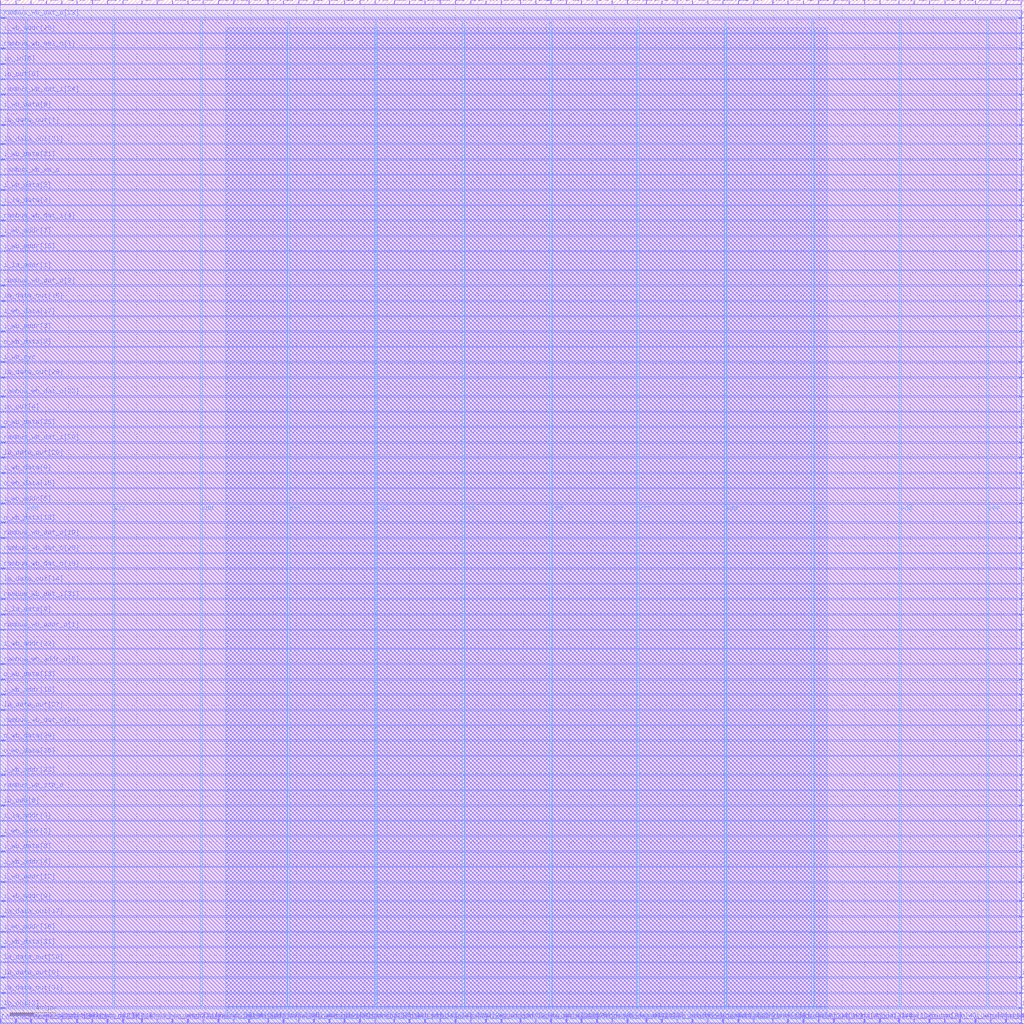
<source format=lef>
VERSION 5.7 ;
  NOWIREEXTENSIONATPIN ON ;
  DIVIDERCHAR "/" ;
  BUSBITCHARS "[]" ;
MACRO spell
  CLASS BLOCK ;
  FOREIGN spell ;
  ORIGIN 0.000 0.000 ;
  SIZE 900.000 BY 900.000 ;
  PIN clock
    DIRECTION INPUT ;
    USE SIGNAL ;
    PORT
      LAYER Metal2 ;
        RECT 26.880 896.000 27.440 899.000 ;
    END
  END clock
  PIN i_la_addr[0]
    DIRECTION INPUT ;
    USE SIGNAL ;
    PORT
      LAYER Metal2 ;
        RECT 803.040 1.000 803.600 4.000 ;
    END
  END i_la_addr[0]
  PIN i_la_addr[1]
    DIRECTION INPUT ;
    USE SIGNAL ;
    PORT
      LAYER Metal3 ;
        RECT 1.000 661.920 4.000 662.480 ;
    END
  END i_la_addr[1]
  PIN i_la_addr[2]
    DIRECTION INPUT ;
    USE SIGNAL ;
    PORT
      LAYER Metal2 ;
        RECT 107.520 1.000 108.080 4.000 ;
    END
  END i_la_addr[2]
  PIN i_la_addr[3]
    DIRECTION INPUT ;
    USE SIGNAL ;
    PORT
      LAYER Metal3 ;
        RECT 1.000 178.080 4.000 178.640 ;
    END
  END i_la_addr[3]
  PIN i_la_addr[4]
    DIRECTION INPUT ;
    USE SIGNAL ;
    PORT
      LAYER Metal2 ;
        RECT 204.960 1.000 205.520 4.000 ;
    END
  END i_la_addr[4]
  PIN i_la_addr[5]
    DIRECTION INPUT ;
    USE SIGNAL ;
    PORT
      LAYER Metal3 ;
        RECT 896.000 456.960 899.000 457.520 ;
    END
  END i_la_addr[5]
  PIN i_la_addr[6]
    DIRECTION INPUT ;
    USE SIGNAL ;
    PORT
      LAYER Metal2 ;
        RECT 399.840 896.000 400.400 899.000 ;
    END
  END i_la_addr[6]
  PIN i_la_data[0]
    DIRECTION INPUT ;
    USE SIGNAL ;
    PORT
      LAYER Metal3 ;
        RECT 1.000 359.520 4.000 360.080 ;
    END
  END i_la_data[0]
  PIN i_la_data[1]
    DIRECTION INPUT ;
    USE SIGNAL ;
    PORT
      LAYER Metal3 ;
        RECT 896.000 235.200 899.000 235.760 ;
    END
  END i_la_data[1]
  PIN i_la_data[2]
    DIRECTION INPUT ;
    USE SIGNAL ;
    PORT
      LAYER Metal2 ;
        RECT 692.160 1.000 692.720 4.000 ;
    END
  END i_la_data[2]
  PIN i_la_data[3]
    DIRECTION INPUT ;
    USE SIGNAL ;
    PORT
      LAYER Metal3 ;
        RECT 1.000 719.040 4.000 719.600 ;
    END
  END i_la_data[3]
  PIN i_la_data[4]
    DIRECTION INPUT ;
    USE SIGNAL ;
    PORT
      LAYER Metal2 ;
        RECT 67.200 896.000 67.760 899.000 ;
    END
  END i_la_data[4]
  PIN i_la_data[5]
    DIRECTION INPUT ;
    USE SIGNAL ;
    PORT
      LAYER Metal2 ;
        RECT 248.640 896.000 249.200 899.000 ;
    END
  END i_la_data[5]
  PIN i_la_data[6]
    DIRECTION INPUT ;
    USE SIGNAL ;
    PORT
      LAYER Metal3 ;
        RECT 896.000 621.600 899.000 622.160 ;
    END
  END i_la_data[6]
  PIN i_la_data[7]
    DIRECTION INPUT ;
    USE SIGNAL ;
    PORT
      LAYER Metal2 ;
        RECT 648.480 896.000 649.040 899.000 ;
    END
  END i_la_data[7]
  PIN i_la_wb_disable
    DIRECTION INPUT ;
    USE SIGNAL ;
    PORT
      LAYER Metal3 ;
        RECT 896.000 510.720 899.000 511.280 ;
    END
  END i_la_wb_disable
  PIN i_la_write
    DIRECTION INPUT ;
    USE SIGNAL ;
    PORT
      LAYER Metal3 ;
        RECT 896.000 470.400 899.000 470.960 ;
    END
  END i_la_write
  PIN i_wb_addr[0]
    DIRECTION INPUT ;
    USE SIGNAL ;
    PORT
      LAYER Metal3 ;
        RECT 896.000 40.320 899.000 40.880 ;
    END
  END i_wb_addr[0]
  PIN i_wb_addr[10]
    DIRECTION INPUT ;
    USE SIGNAL ;
    PORT
      LAYER Metal2 ;
        RECT 218.400 1.000 218.960 4.000 ;
    END
  END i_wb_addr[10]
  PIN i_wb_addr[11]
    DIRECTION INPUT ;
    USE SIGNAL ;
    PORT
      LAYER Metal2 ;
        RECT 635.040 896.000 635.600 899.000 ;
    END
  END i_wb_addr[11]
  PIN i_wb_addr[12]
    DIRECTION INPUT ;
    USE SIGNAL ;
    PORT
      LAYER Metal3 ;
        RECT 1.000 124.320 4.000 124.880 ;
    END
  END i_wb_addr[12]
  PIN i_wb_addr[13]
    DIRECTION INPUT ;
    USE SIGNAL ;
    PORT
      LAYER Metal2 ;
        RECT 621.600 896.000 622.160 899.000 ;
    END
  END i_wb_addr[13]
  PIN i_wb_addr[14]
    DIRECTION INPUT ;
    USE SIGNAL ;
    PORT
      LAYER Metal2 ;
        RECT 621.600 1.000 622.160 4.000 ;
    END
  END i_wb_addr[14]
  PIN i_wb_addr[15]
    DIRECTION INPUT ;
    USE SIGNAL ;
    PORT
      LAYER Metal3 ;
        RECT 1.000 678.720 4.000 679.280 ;
    END
  END i_wb_addr[15]
  PIN i_wb_addr[16]
    DIRECTION INPUT ;
    USE SIGNAL ;
    PORT
      LAYER Metal3 ;
        RECT 1.000 288.960 4.000 289.520 ;
    END
  END i_wb_addr[16]
  PIN i_wb_addr[17]
    DIRECTION INPUT ;
    USE SIGNAL ;
    PORT
      LAYER Metal3 ;
        RECT 896.000 386.400 899.000 386.960 ;
    END
  END i_wb_addr[17]
  PIN i_wb_addr[18]
    DIRECTION INPUT ;
    USE SIGNAL ;
    PORT
      LAYER Metal3 ;
        RECT 1.000 80.640 4.000 81.200 ;
    END
  END i_wb_addr[18]
  PIN i_wb_addr[19]
    DIRECTION INPUT ;
    USE SIGNAL ;
    PORT
      LAYER Metal2 ;
        RECT 262.080 896.000 262.640 899.000 ;
    END
  END i_wb_addr[19]
  PIN i_wb_addr[1]
    DIRECTION INPUT ;
    USE SIGNAL ;
    PORT
      LAYER Metal2 ;
        RECT 359.520 1.000 360.080 4.000 ;
    END
  END i_wb_addr[1]
  PIN i_wb_addr[20]
    DIRECTION INPUT ;
    USE SIGNAL ;
    PORT
      LAYER Metal2 ;
        RECT 816.480 896.000 817.040 899.000 ;
    END
  END i_wb_addr[20]
  PIN i_wb_addr[21]
    DIRECTION INPUT ;
    USE SIGNAL ;
    PORT
      LAYER Metal3 ;
        RECT 896.000 816.480 899.000 817.040 ;
    END
  END i_wb_addr[21]
  PIN i_wb_addr[22]
    DIRECTION INPUT ;
    USE SIGNAL ;
    PORT
      LAYER Metal3 ;
        RECT 1.000 329.280 4.000 329.840 ;
    END
  END i_wb_addr[22]
  PIN i_wb_addr[23]
    DIRECTION INPUT ;
    USE SIGNAL ;
    PORT
      LAYER Metal3 ;
        RECT 1.000 218.400 4.000 218.960 ;
    END
  END i_wb_addr[23]
  PIN i_wb_addr[24]
    DIRECTION INPUT ;
    USE SIGNAL ;
    PORT
      LAYER Metal2 ;
        RECT 218.400 896.000 218.960 899.000 ;
    END
  END i_wb_addr[24]
  PIN i_wb_addr[25]
    DIRECTION INPUT ;
    USE SIGNAL ;
    PORT
      LAYER Metal3 ;
        RECT 1.000 870.240 4.000 870.800 ;
    END
  END i_wb_addr[25]
  PIN i_wb_addr[26]
    DIRECTION INPUT ;
    USE SIGNAL ;
    PORT
      LAYER Metal2 ;
        RECT 440.160 1.000 440.720 4.000 ;
    END
  END i_wb_addr[26]
  PIN i_wb_addr[27]
    DIRECTION INPUT ;
    USE SIGNAL ;
    PORT
      LAYER Metal3 ;
        RECT 896.000 537.600 899.000 538.160 ;
    END
  END i_wb_addr[27]
  PIN i_wb_addr[28]
    DIRECTION INPUT ;
    USE SIGNAL ;
    PORT
      LAYER Metal2 ;
        RECT 732.480 1.000 733.040 4.000 ;
    END
  END i_wb_addr[28]
  PIN i_wb_addr[29]
    DIRECTION INPUT ;
    USE SIGNAL ;
    PORT
      LAYER Metal2 ;
        RECT 164.640 896.000 165.200 899.000 ;
    END
  END i_wb_addr[29]
  PIN i_wb_addr[2]
    DIRECTION INPUT ;
    USE SIGNAL ;
    PORT
      LAYER Metal3 ;
        RECT 1.000 164.640 4.000 165.200 ;
    END
  END i_wb_addr[2]
  PIN i_wb_addr[30]
    DIRECTION INPUT ;
    USE SIGNAL ;
    PORT
      LAYER Metal2 ;
        RECT 40.320 1.000 40.880 4.000 ;
    END
  END i_wb_addr[30]
  PIN i_wb_addr[31]
    DIRECTION INPUT ;
    USE SIGNAL ;
    PORT
      LAYER Metal2 ;
        RECT 551.040 1.000 551.600 4.000 ;
    END
  END i_wb_addr[31]
  PIN i_wb_addr[3]
    DIRECTION INPUT ;
    USE SIGNAL ;
    PORT
      LAYER Metal3 ;
        RECT 1.000 608.160 4.000 608.720 ;
    END
  END i_wb_addr[3]
  PIN i_wb_addr[4]
    DIRECTION INPUT ;
    USE SIGNAL ;
    PORT
      LAYER Metal3 ;
        RECT 1.000 137.760 4.000 138.320 ;
    END
  END i_wb_addr[4]
  PIN i_wb_addr[5]
    DIRECTION INPUT ;
    USE SIGNAL ;
    PORT
      LAYER Metal3 ;
        RECT 1.000 456.960 4.000 457.520 ;
    END
  END i_wb_addr[5]
  PIN i_wb_addr[6]
    DIRECTION INPUT ;
    USE SIGNAL ;
    PORT
      LAYER Metal2 ;
        RECT 346.080 1.000 346.640 4.000 ;
    END
  END i_wb_addr[6]
  PIN i_wb_addr[7]
    DIRECTION INPUT ;
    USE SIGNAL ;
    PORT
      LAYER Metal3 ;
        RECT 1.000 692.160 4.000 692.720 ;
    END
  END i_wb_addr[7]
  PIN i_wb_addr[8]
    DIRECTION INPUT ;
    USE SIGNAL ;
    PORT
      LAYER Metal2 ;
        RECT 440.160 896.000 440.720 899.000 ;
    END
  END i_wb_addr[8]
  PIN i_wb_addr[9]
    DIRECTION INPUT ;
    USE SIGNAL ;
    PORT
      LAYER Metal3 ;
        RECT 1.000 107.520 4.000 108.080 ;
    END
  END i_wb_addr[9]
  PIN i_wb_cyc
    DIRECTION INPUT ;
    USE SIGNAL ;
    PORT
      LAYER Metal3 ;
        RECT 1.000 581.280 4.000 581.840 ;
    END
  END i_wb_cyc
  PIN i_wb_data[0]
    DIRECTION INPUT ;
    USE SIGNAL ;
    PORT
      LAYER Metal3 ;
        RECT 896.000 13.440 899.000 14.000 ;
    END
  END i_wb_data[0]
  PIN i_wb_data[10]
    DIRECTION INPUT ;
    USE SIGNAL ;
    PORT
      LAYER Metal2 ;
        RECT 705.600 896.000 706.160 899.000 ;
    END
  END i_wb_data[10]
  PIN i_wb_data[11]
    DIRECTION INPUT ;
    USE SIGNAL ;
    PORT
      LAYER Metal2 ;
        RECT 772.800 1.000 773.360 4.000 ;
    END
  END i_wb_data[11]
  PIN i_wb_data[12]
    DIRECTION INPUT ;
    USE SIGNAL ;
    PORT
      LAYER Metal2 ;
        RECT 288.960 896.000 289.520 899.000 ;
    END
  END i_wb_data[12]
  PIN i_wb_data[13]
    DIRECTION INPUT ;
    USE SIGNAL ;
    PORT
      LAYER Metal2 ;
        RECT 94.080 896.000 94.640 899.000 ;
    END
  END i_wb_data[13]
  PIN i_wb_data[14]
    DIRECTION INPUT ;
    USE SIGNAL ;
    PORT
      LAYER Metal2 ;
        RECT 856.800 1.000 857.360 4.000 ;
    END
  END i_wb_data[14]
  PIN i_wb_data[15]
    DIRECTION INPUT ;
    USE SIGNAL ;
    PORT
      LAYER Metal2 ;
        RECT 497.280 1.000 497.840 4.000 ;
    END
  END i_wb_data[15]
  PIN i_wb_data[16]
    DIRECTION INPUT ;
    USE SIGNAL ;
    PORT
      LAYER Metal2 ;
        RECT 386.400 896.000 386.960 899.000 ;
    END
  END i_wb_data[16]
  PIN i_wb_data[17]
    DIRECTION INPUT ;
    USE SIGNAL ;
    PORT
      LAYER Metal3 ;
        RECT 1.000 621.600 4.000 622.160 ;
    END
  END i_wb_data[17]
  PIN i_wb_data[18]
    DIRECTION INPUT ;
    USE SIGNAL ;
    PORT
      LAYER Metal2 ;
        RECT 0.000 896.000 0.560 899.000 ;
    END
  END i_wb_data[18]
  PIN i_wb_data[19]
    DIRECTION INPUT ;
    USE SIGNAL ;
    PORT
      LAYER Metal2 ;
        RECT 719.040 896.000 719.600 899.000 ;
    END
  END i_wb_data[19]
  PIN i_wb_data[1]
    DIRECTION INPUT ;
    USE SIGNAL ;
    PORT
      LAYER Metal2 ;
        RECT 372.960 1.000 373.520 4.000 ;
    END
  END i_wb_data[1]
  PIN i_wb_data[20]
    DIRECTION INPUT ;
    USE SIGNAL ;
    PORT
      LAYER Metal3 ;
        RECT 896.000 678.720 899.000 679.280 ;
    END
  END i_wb_data[20]
  PIN i_wb_data[21]
    DIRECTION INPUT ;
    USE SIGNAL ;
    PORT
      LAYER Metal3 ;
        RECT 1.000 759.360 4.000 759.920 ;
    END
  END i_wb_data[21]
  PIN i_wb_data[22]
    DIRECTION INPUT ;
    USE SIGNAL ;
    PORT
      LAYER Metal3 ;
        RECT 896.000 359.520 899.000 360.080 ;
    END
  END i_wb_data[22]
  PIN i_wb_data[23]
    DIRECTION INPUT ;
    USE SIGNAL ;
    PORT
      LAYER Metal2 ;
        RECT 302.400 896.000 302.960 899.000 ;
    END
  END i_wb_data[23]
  PIN i_wb_data[24]
    DIRECTION INPUT ;
    USE SIGNAL ;
    PORT
      LAYER Metal2 ;
        RECT 870.240 896.000 870.800 899.000 ;
    END
  END i_wb_data[24]
  PIN i_wb_data[25]
    DIRECTION INPUT ;
    USE SIGNAL ;
    PORT
      LAYER Metal2 ;
        RECT 124.320 896.000 124.880 899.000 ;
    END
  END i_wb_data[25]
  PIN i_wb_data[26]
    DIRECTION INPUT ;
    USE SIGNAL ;
    PORT
      LAYER Metal3 ;
        RECT 896.000 483.840 899.000 484.400 ;
    END
  END i_wb_data[26]
  PIN i_wb_data[27]
    DIRECTION INPUT ;
    USE SIGNAL ;
    PORT
      LAYER Metal2 ;
        RECT 372.960 896.000 373.520 899.000 ;
    END
  END i_wb_data[27]
  PIN i_wb_data[28]
    DIRECTION INPUT ;
    USE SIGNAL ;
    PORT
      LAYER Metal3 ;
        RECT 896.000 164.640 899.000 165.200 ;
    END
  END i_wb_data[28]
  PIN i_wb_data[29]
    DIRECTION INPUT ;
    USE SIGNAL ;
    PORT
      LAYER Metal2 ;
        RECT 235.200 1.000 235.760 4.000 ;
    END
  END i_wb_data[29]
  PIN i_wb_data[2]
    DIRECTION INPUT ;
    USE SIGNAL ;
    PORT
      LAYER Metal3 ;
        RECT 1.000 732.480 4.000 733.040 ;
    END
  END i_wb_data[2]
  PIN i_wb_data[30]
    DIRECTION INPUT ;
    USE SIGNAL ;
    PORT
      LAYER Metal3 ;
        RECT 896.000 275.520 899.000 276.080 ;
    END
  END i_wb_data[30]
  PIN i_wb_data[31]
    DIRECTION INPUT ;
    USE SIGNAL ;
    PORT
      LAYER Metal3 ;
        RECT 1.000 67.200 4.000 67.760 ;
    END
  END i_wb_data[31]
  PIN i_wb_data[3]
    DIRECTION INPUT ;
    USE SIGNAL ;
    PORT
      LAYER Metal3 ;
        RECT 896.000 0.000 899.000 0.560 ;
    END
  END i_wb_data[3]
  PIN i_wb_data[4]
    DIRECTION INPUT ;
    USE SIGNAL ;
    PORT
      LAYER Metal2 ;
        RECT 759.360 1.000 759.920 4.000 ;
    END
  END i_wb_data[4]
  PIN i_wb_data[5]
    DIRECTION INPUT ;
    USE SIGNAL ;
    PORT
      LAYER Metal3 ;
        RECT 896.000 151.200 899.000 151.760 ;
    END
  END i_wb_data[5]
  PIN i_wb_data[6]
    DIRECTION INPUT ;
    USE SIGNAL ;
    PORT
      LAYER Metal3 ;
        RECT 1.000 803.040 4.000 803.600 ;
    END
  END i_wb_data[6]
  PIN i_wb_data[7]
    DIRECTION INPUT ;
    USE SIGNAL ;
    PORT
      LAYER Metal3 ;
        RECT 896.000 413.280 899.000 413.840 ;
    END
  END i_wb_data[7]
  PIN i_wb_data[8]
    DIRECTION INPUT ;
    USE SIGNAL ;
    PORT
      LAYER Metal3 ;
        RECT 1.000 151.200 4.000 151.760 ;
    END
  END i_wb_data[8]
  PIN i_wb_data[9]
    DIRECTION INPUT ;
    USE SIGNAL ;
    PORT
      LAYER Metal3 ;
        RECT 1.000 483.840 4.000 484.400 ;
    END
  END i_wb_data[9]
  PIN i_wb_stb
    DIRECTION INPUT ;
    USE SIGNAL ;
    PORT
      LAYER Metal3 ;
        RECT 896.000 124.320 899.000 124.880 ;
    END
  END i_wb_stb
  PIN i_wb_we
    DIRECTION INPUT ;
    USE SIGNAL ;
    PORT
      LAYER Metal3 ;
        RECT 896.000 719.040 899.000 719.600 ;
    END
  END i_wb_we
  PIN interrupt
    DIRECTION OUTPUT TRISTATE ;
    USE SIGNAL ;
    PORT
      LAYER Metal2 ;
        RECT 772.800 896.000 773.360 899.000 ;
    END
  END interrupt
  PIN io_in[0]
    DIRECTION INPUT ;
    USE SIGNAL ;
    PORT
      LAYER Metal3 ;
        RECT 1.000 843.360 4.000 843.920 ;
    END
  END io_in[0]
  PIN io_in[1]
    DIRECTION INPUT ;
    USE SIGNAL ;
    PORT
      LAYER Metal3 ;
        RECT 896.000 567.840 899.000 568.400 ;
    END
  END io_in[1]
  PIN io_in[2]
    DIRECTION INPUT ;
    USE SIGNAL ;
    PORT
      LAYER Metal2 ;
        RECT 816.480 1.000 817.040 4.000 ;
    END
  END io_in[2]
  PIN io_in[3]
    DIRECTION INPUT ;
    USE SIGNAL ;
    PORT
      LAYER Metal2 ;
        RECT 470.400 896.000 470.960 899.000 ;
    END
  END io_in[3]
  PIN io_in[4]
    DIRECTION INPUT ;
    USE SIGNAL ;
    PORT
      LAYER Metal2 ;
        RECT 829.920 1.000 830.480 4.000 ;
    END
  END io_in[4]
  PIN io_in[5]
    DIRECTION INPUT ;
    USE SIGNAL ;
    PORT
      LAYER Metal2 ;
        RECT 692.160 896.000 692.720 899.000 ;
    END
  END io_in[5]
  PIN io_in[6]
    DIRECTION INPUT ;
    USE SIGNAL ;
    PORT
      LAYER Metal3 ;
        RECT 896.000 705.600 899.000 706.160 ;
    END
  END io_in[6]
  PIN io_in[7]
    DIRECTION INPUT ;
    USE SIGNAL ;
    PORT
      LAYER Metal2 ;
        RECT 483.840 896.000 484.400 899.000 ;
    END
  END io_in[7]
  PIN io_oeb[0]
    DIRECTION OUTPUT TRISTATE ;
    USE SIGNAL ;
    PORT
      LAYER Metal2 ;
        RECT 204.960 896.000 205.520 899.000 ;
    END
  END io_oeb[0]
  PIN io_oeb[1]
    DIRECTION OUTPUT TRISTATE ;
    USE SIGNAL ;
    PORT
      LAYER Metal2 ;
        RECT 346.080 896.000 346.640 899.000 ;
    END
  END io_oeb[1]
  PIN io_oeb[2]
    DIRECTION OUTPUT TRISTATE ;
    USE SIGNAL ;
    PORT
      LAYER Metal2 ;
        RECT 594.720 1.000 595.280 4.000 ;
    END
  END io_oeb[2]
  PIN io_oeb[3]
    DIRECTION OUTPUT TRISTATE ;
    USE SIGNAL ;
    PORT
      LAYER Metal2 ;
        RECT 567.840 896.000 568.400 899.000 ;
    END
  END io_oeb[3]
  PIN io_oeb[4]
    DIRECTION OUTPUT TRISTATE ;
    USE SIGNAL ;
    PORT
      LAYER Metal3 ;
        RECT 896.000 262.080 899.000 262.640 ;
    END
  END io_oeb[4]
  PIN io_oeb[5]
    DIRECTION OUTPUT TRISTATE ;
    USE SIGNAL ;
    PORT
      LAYER Metal3 ;
        RECT 896.000 594.720 899.000 595.280 ;
    END
  END io_oeb[5]
  PIN io_oeb[6]
    DIRECTION OUTPUT TRISTATE ;
    USE SIGNAL ;
    PORT
      LAYER Metal3 ;
        RECT 1.000 191.520 4.000 192.080 ;
    END
  END io_oeb[6]
  PIN io_oeb[7]
    DIRECTION OUTPUT TRISTATE ;
    USE SIGNAL ;
    PORT
      LAYER Metal2 ;
        RECT 151.200 1.000 151.760 4.000 ;
    END
  END io_oeb[7]
  PIN io_out[0]
    DIRECTION OUTPUT TRISTATE ;
    USE SIGNAL ;
    PORT
      LAYER Metal3 ;
        RECT 1.000 829.920 4.000 830.480 ;
    END
  END io_out[0]
  PIN io_out[1]
    DIRECTION OUTPUT TRISTATE ;
    USE SIGNAL ;
    PORT
      LAYER Metal3 ;
        RECT 896.000 843.360 899.000 843.920 ;
    END
  END io_out[1]
  PIN io_out[2]
    DIRECTION OUTPUT TRISTATE ;
    USE SIGNAL ;
    PORT
      LAYER Metal3 ;
        RECT 1.000 13.440 4.000 14.000 ;
    END
  END io_out[2]
  PIN io_out[3]
    DIRECTION OUTPUT TRISTATE ;
    USE SIGNAL ;
    PORT
      LAYER Metal2 ;
        RECT 94.080 1.000 94.640 4.000 ;
    END
  END io_out[3]
  PIN io_out[4]
    DIRECTION OUTPUT TRISTATE ;
    USE SIGNAL ;
    PORT
      LAYER Metal3 ;
        RECT 1.000 537.600 4.000 538.160 ;
    END
  END io_out[4]
  PIN io_out[5]
    DIRECTION OUTPUT TRISTATE ;
    USE SIGNAL ;
    PORT
      LAYER Metal2 ;
        RECT 497.280 896.000 497.840 899.000 ;
    END
  END io_out[5]
  PIN io_out[6]
    DIRECTION OUTPUT TRISTATE ;
    USE SIGNAL ;
    PORT
      LAYER Metal2 ;
        RECT 413.280 896.000 413.840 899.000 ;
    END
  END io_out[6]
  PIN io_out[7]
    DIRECTION OUTPUT TRISTATE ;
    USE SIGNAL ;
    PORT
      LAYER Metal2 ;
        RECT 40.320 896.000 40.880 899.000 ;
    END
  END io_out[7]
  PIN la_data_out[0]
    DIRECTION OUTPUT TRISTATE ;
    USE SIGNAL ;
    PORT
      LAYER Metal3 ;
        RECT 1.000 40.320 4.000 40.880 ;
    END
  END la_data_out[0]
  PIN la_data_out[10]
    DIRECTION OUTPUT TRISTATE ;
    USE SIGNAL ;
    PORT
      LAYER Metal2 ;
        RECT 897.120 896.000 897.680 899.000 ;
    END
  END la_data_out[10]
  PIN la_data_out[11]
    DIRECTION OUTPUT TRISTATE ;
    USE SIGNAL ;
    PORT
      LAYER Metal2 ;
        RECT 302.400 1.000 302.960 4.000 ;
    END
  END la_data_out[11]
  PIN la_data_out[12]
    DIRECTION OUTPUT TRISTATE ;
    USE SIGNAL ;
    PORT
      LAYER Metal2 ;
        RECT 759.360 896.000 759.920 899.000 ;
    END
  END la_data_out[12]
  PIN la_data_out[13]
    DIRECTION OUTPUT TRISTATE ;
    USE SIGNAL ;
    PORT
      LAYER Metal2 ;
        RECT 524.160 896.000 524.720 899.000 ;
    END
  END la_data_out[13]
  PIN la_data_out[14]
    DIRECTION OUTPUT TRISTATE ;
    USE SIGNAL ;
    PORT
      LAYER Metal3 ;
        RECT 1.000 386.400 4.000 386.960 ;
    END
  END la_data_out[14]
  PIN la_data_out[15]
    DIRECTION OUTPUT TRISTATE ;
    USE SIGNAL ;
    PORT
      LAYER Metal3 ;
        RECT 1.000 635.040 4.000 635.600 ;
    END
  END la_data_out[15]
  PIN la_data_out[16]
    DIRECTION OUTPUT TRISTATE ;
    USE SIGNAL ;
    PORT
      LAYER Metal2 ;
        RECT 315.840 1.000 316.400 4.000 ;
    END
  END la_data_out[16]
  PIN la_data_out[17]
    DIRECTION OUTPUT TRISTATE ;
    USE SIGNAL ;
    PORT
      LAYER Metal3 ;
        RECT 1.000 94.080 4.000 94.640 ;
    END
  END la_data_out[17]
  PIN la_data_out[18]
    DIRECTION OUTPUT TRISTATE ;
    USE SIGNAL ;
    PORT
      LAYER Metal2 ;
        RECT 456.960 896.000 457.520 899.000 ;
    END
  END la_data_out[18]
  PIN la_data_out[19]
    DIRECTION OUTPUT TRISTATE ;
    USE SIGNAL ;
    PORT
      LAYER Metal2 ;
        RECT 705.600 1.000 706.160 4.000 ;
    END
  END la_data_out[19]
  PIN la_data_out[1]
    DIRECTION OUTPUT TRISTATE ;
    USE SIGNAL ;
    PORT
      LAYER Metal3 ;
        RECT 1.000 789.600 4.000 790.160 ;
    END
  END la_data_out[1]
  PIN la_data_out[20]
    DIRECTION OUTPUT TRISTATE ;
    USE SIGNAL ;
    PORT
      LAYER Metal3 ;
        RECT 1.000 497.280 4.000 497.840 ;
    END
  END la_data_out[20]
  PIN la_data_out[21]
    DIRECTION OUTPUT TRISTATE ;
    USE SIGNAL ;
    PORT
      LAYER Metal3 ;
        RECT 1.000 772.800 4.000 773.360 ;
    END
  END la_data_out[21]
  PIN la_data_out[22]
    DIRECTION OUTPUT TRISTATE ;
    USE SIGNAL ;
    PORT
      LAYER Metal2 ;
        RECT 275.520 1.000 276.080 4.000 ;
    END
  END la_data_out[22]
  PIN la_data_out[23]
    DIRECTION OUTPUT TRISTATE ;
    USE SIGNAL ;
    PORT
      LAYER Metal3 ;
        RECT 896.000 497.280 899.000 497.840 ;
    END
  END la_data_out[23]
  PIN la_data_out[24]
    DIRECTION OUTPUT TRISTATE ;
    USE SIGNAL ;
    PORT
      LAYER Metal2 ;
        RECT 883.680 896.000 884.240 899.000 ;
    END
  END la_data_out[24]
  PIN la_data_out[25]
    DIRECTION OUTPUT TRISTATE ;
    USE SIGNAL ;
    PORT
      LAYER Metal2 ;
        RECT 53.760 896.000 54.320 899.000 ;
    END
  END la_data_out[25]
  PIN la_data_out[26]
    DIRECTION OUTPUT TRISTATE ;
    USE SIGNAL ;
    PORT
      LAYER Metal2 ;
        RECT 483.840 1.000 484.400 4.000 ;
    END
  END la_data_out[26]
  PIN la_data_out[27]
    DIRECTION OUTPUT TRISTATE ;
    USE SIGNAL ;
    PORT
      LAYER Metal3 ;
        RECT 1.000 275.520 4.000 276.080 ;
    END
  END la_data_out[27]
  PIN la_data_out[28]
    DIRECTION OUTPUT TRISTATE ;
    USE SIGNAL ;
    PORT
      LAYER Metal3 ;
        RECT 1.000 567.840 4.000 568.400 ;
    END
  END la_data_out[28]
  PIN la_data_out[29]
    DIRECTION OUTPUT TRISTATE ;
    USE SIGNAL ;
    PORT
      LAYER Metal2 ;
        RECT 732.480 896.000 733.040 899.000 ;
    END
  END la_data_out[29]
  PIN la_data_out[2]
    DIRECTION OUTPUT TRISTATE ;
    USE SIGNAL ;
    PORT
      LAYER Metal3 ;
        RECT 896.000 870.240 899.000 870.800 ;
    END
  END la_data_out[2]
  PIN la_data_out[30]
    DIRECTION OUTPUT TRISTATE ;
    USE SIGNAL ;
    PORT
      LAYER Metal3 ;
        RECT 1.000 53.760 4.000 54.320 ;
    END
  END la_data_out[30]
  PIN la_data_out[31]
    DIRECTION OUTPUT TRISTATE ;
    USE SIGNAL ;
    PORT
      LAYER Metal3 ;
        RECT 1.000 26.880 4.000 27.440 ;
    END
  END la_data_out[31]
  PIN la_data_out[3]
    DIRECTION OUTPUT TRISTATE ;
    USE SIGNAL ;
    PORT
      LAYER Metal2 ;
        RECT 359.520 896.000 360.080 899.000 ;
    END
  END la_data_out[3]
  PIN la_data_out[4]
    DIRECTION OUTPUT TRISTATE ;
    USE SIGNAL ;
    PORT
      LAYER Metal3 ;
        RECT 896.000 107.520 899.000 108.080 ;
    END
  END la_data_out[4]
  PIN la_data_out[5]
    DIRECTION OUTPUT TRISTATE ;
    USE SIGNAL ;
    PORT
      LAYER Metal2 ;
        RECT 510.720 1.000 511.280 4.000 ;
    END
  END la_data_out[5]
  PIN la_data_out[6]
    DIRECTION OUTPUT TRISTATE ;
    USE SIGNAL ;
    PORT
      LAYER Metal3 ;
        RECT 896.000 524.160 899.000 524.720 ;
    END
  END la_data_out[6]
  PIN la_data_out[7]
    DIRECTION OUTPUT TRISTATE ;
    USE SIGNAL ;
    PORT
      LAYER Metal2 ;
        RECT 745.920 1.000 746.480 4.000 ;
    END
  END la_data_out[7]
  PIN la_data_out[8]
    DIRECTION OUTPUT TRISTATE ;
    USE SIGNAL ;
    PORT
      LAYER Metal3 ;
        RECT 896.000 745.920 899.000 746.480 ;
    END
  END la_data_out[8]
  PIN la_data_out[9]
    DIRECTION OUTPUT TRISTATE ;
    USE SIGNAL ;
    PORT
      LAYER Metal2 ;
        RECT 635.040 1.000 635.600 4.000 ;
    END
  END la_data_out[9]
  PIN o_wb_ack
    DIRECTION OUTPUT TRISTATE ;
    USE SIGNAL ;
    PORT
      LAYER Metal2 ;
        RECT 80.640 896.000 81.200 899.000 ;
    END
  END o_wb_ack
  PIN o_wb_data[0]
    DIRECTION OUTPUT TRISTATE ;
    USE SIGNAL ;
    PORT
      LAYER Metal2 ;
        RECT 275.520 896.000 276.080 899.000 ;
    END
  END o_wb_data[0]
  PIN o_wb_data[10]
    DIRECTION OUTPUT TRISTATE ;
    USE SIGNAL ;
    PORT
      LAYER Metal3 ;
        RECT 896.000 137.760 899.000 138.320 ;
    END
  END o_wb_data[10]
  PIN o_wb_data[11]
    DIRECTION OUTPUT TRISTATE ;
    USE SIGNAL ;
    PORT
      LAYER Metal2 ;
        RECT 386.400 1.000 386.960 4.000 ;
    END
  END o_wb_data[11]
  PIN o_wb_data[12]
    DIRECTION OUTPUT TRISTATE ;
    USE SIGNAL ;
    PORT
      LAYER Metal3 ;
        RECT 896.000 248.640 899.000 249.200 ;
    END
  END o_wb_data[12]
  PIN o_wb_data[13]
    DIRECTION OUTPUT TRISTATE ;
    USE SIGNAL ;
    PORT
      LAYER Metal3 ;
        RECT 1.000 302.400 4.000 302.960 ;
    END
  END o_wb_data[13]
  PIN o_wb_data[14]
    DIRECTION OUTPUT TRISTATE ;
    USE SIGNAL ;
    PORT
      LAYER Metal2 ;
        RECT 661.920 1.000 662.480 4.000 ;
    END
  END o_wb_data[14]
  PIN o_wb_data[15]
    DIRECTION OUTPUT TRISTATE ;
    USE SIGNAL ;
    PORT
      LAYER Metal3 ;
        RECT 1.000 470.400 4.000 470.960 ;
    END
  END o_wb_data[15]
  PIN o_wb_data[16]
    DIRECTION OUTPUT TRISTATE ;
    USE SIGNAL ;
    PORT
      LAYER Metal2 ;
        RECT 235.200 896.000 235.760 899.000 ;
    END
  END o_wb_data[16]
  PIN o_wb_data[17]
    DIRECTION OUTPUT TRISTATE ;
    USE SIGNAL ;
    PORT
      LAYER Metal3 ;
        RECT 896.000 346.080 899.000 346.640 ;
    END
  END o_wb_data[17]
  PIN o_wb_data[18]
    DIRECTION OUTPUT TRISTATE ;
    USE SIGNAL ;
    PORT
      LAYER Metal3 ;
        RECT 1.000 440.160 4.000 440.720 ;
    END
  END o_wb_data[18]
  PIN o_wb_data[19]
    DIRECTION OUTPUT TRISTATE ;
    USE SIGNAL ;
    PORT
      LAYER Metal2 ;
        RECT 803.040 896.000 803.600 899.000 ;
    END
  END o_wb_data[19]
  PIN o_wb_data[1]
    DIRECTION OUTPUT TRISTATE ;
    USE SIGNAL ;
    PORT
      LAYER Metal2 ;
        RECT 843.360 1.000 843.920 4.000 ;
    END
  END o_wb_data[1]
  PIN o_wb_data[20]
    DIRECTION OUTPUT TRISTATE ;
    USE SIGNAL ;
    PORT
      LAYER Metal3 ;
        RECT 1.000 235.200 4.000 235.760 ;
    END
  END o_wb_data[20]
  PIN o_wb_data[21]
    DIRECTION OUTPUT TRISTATE ;
    USE SIGNAL ;
    PORT
      LAYER Metal3 ;
        RECT 896.000 67.200 899.000 67.760 ;
    END
  END o_wb_data[21]
  PIN o_wb_data[22]
    DIRECTION OUTPUT TRISTATE ;
    USE SIGNAL ;
    PORT
      LAYER Metal3 ;
        RECT 896.000 789.600 899.000 790.160 ;
    END
  END o_wb_data[22]
  PIN o_wb_data[23]
    DIRECTION OUTPUT TRISTATE ;
    USE SIGNAL ;
    PORT
      LAYER Metal2 ;
        RECT 856.800 896.000 857.360 899.000 ;
    END
  END o_wb_data[23]
  PIN o_wb_data[24]
    DIRECTION OUTPUT TRISTATE ;
    USE SIGNAL ;
    PORT
      LAYER Metal2 ;
        RECT 551.040 896.000 551.600 899.000 ;
    END
  END o_wb_data[24]
  PIN o_wb_data[25]
    DIRECTION OUTPUT TRISTATE ;
    USE SIGNAL ;
    PORT
      LAYER Metal3 ;
        RECT 1.000 524.160 4.000 524.720 ;
    END
  END o_wb_data[25]
  PIN o_wb_data[26]
    DIRECTION OUTPUT TRISTATE ;
    USE SIGNAL ;
    PORT
      LAYER Metal2 ;
        RECT 399.840 1.000 400.400 4.000 ;
    END
  END o_wb_data[26]
  PIN o_wb_data[27]
    DIRECTION OUTPUT TRISTATE ;
    USE SIGNAL ;
    PORT
      LAYER Metal3 ;
        RECT 896.000 372.960 899.000 373.520 ;
    END
  END o_wb_data[27]
  PIN o_wb_data[28]
    DIRECTION OUTPUT TRISTATE ;
    USE SIGNAL ;
    PORT
      LAYER Metal3 ;
        RECT 896.000 329.280 899.000 329.840 ;
    END
  END o_wb_data[28]
  PIN o_wb_data[29]
    DIRECTION OUTPUT TRISTATE ;
    USE SIGNAL ;
    PORT
      LAYER Metal3 ;
        RECT 1.000 248.640 4.000 249.200 ;
    END
  END o_wb_data[29]
  PIN o_wb_data[2]
    DIRECTION OUTPUT TRISTATE ;
    USE SIGNAL ;
    PORT
      LAYER Metal3 ;
        RECT 896.000 288.960 899.000 289.520 ;
    END
  END o_wb_data[2]
  PIN o_wb_data[30]
    DIRECTION OUTPUT TRISTATE ;
    USE SIGNAL ;
    PORT
      LAYER Metal3 ;
        RECT 896.000 80.640 899.000 81.200 ;
    END
  END o_wb_data[30]
  PIN o_wb_data[31]
    DIRECTION OUTPUT TRISTATE ;
    USE SIGNAL ;
    PORT
      LAYER Metal2 ;
        RECT 719.040 1.000 719.600 4.000 ;
    END
  END o_wb_data[31]
  PIN o_wb_data[3]
    DIRECTION OUTPUT TRISTATE ;
    USE SIGNAL ;
    PORT
      LAYER Metal3 ;
        RECT 896.000 856.800 899.000 857.360 ;
    END
  END o_wb_data[3]
  PIN o_wb_data[4]
    DIRECTION OUTPUT TRISTATE ;
    USE SIGNAL ;
    PORT
      LAYER Metal3 ;
        RECT 896.000 648.480 899.000 649.040 ;
    END
  END o_wb_data[4]
  PIN o_wb_data[5]
    DIRECTION OUTPUT TRISTATE ;
    USE SIGNAL ;
    PORT
      LAYER Metal2 ;
        RECT 426.720 1.000 427.280 4.000 ;
    END
  END o_wb_data[5]
  PIN o_wb_data[6]
    DIRECTION OUTPUT TRISTATE ;
    USE SIGNAL ;
    PORT
      LAYER Metal2 ;
        RECT 178.080 896.000 178.640 899.000 ;
    END
  END o_wb_data[6]
  PIN o_wb_data[7]
    DIRECTION OUTPUT TRISTATE ;
    USE SIGNAL ;
    PORT
      LAYER Metal3 ;
        RECT 896.000 26.880 899.000 27.440 ;
    END
  END o_wb_data[7]
  PIN o_wb_data[8]
    DIRECTION OUTPUT TRISTATE ;
    USE SIGNAL ;
    PORT
      LAYER Metal2 ;
        RECT 510.720 896.000 511.280 899.000 ;
    END
  END o_wb_data[8]
  PIN o_wb_data[9]
    DIRECTION OUTPUT TRISTATE ;
    USE SIGNAL ;
    PORT
      LAYER Metal3 ;
        RECT 1.000 594.720 4.000 595.280 ;
    END
  END o_wb_data[9]
  PIN rambus_wb_ack_i
    DIRECTION INPUT ;
    USE SIGNAL ;
    PORT
      LAYER Metal2 ;
        RECT 80.640 1.000 81.200 4.000 ;
    END
  END rambus_wb_ack_i
  PIN rambus_wb_addr_o[0]
    DIRECTION OUTPUT TRISTATE ;
    USE SIGNAL ;
    PORT
      LAYER Metal2 ;
        RECT 661.920 896.000 662.480 899.000 ;
    END
  END rambus_wb_addr_o[0]
  PIN rambus_wb_addr_o[1]
    DIRECTION OUTPUT TRISTATE ;
    USE SIGNAL ;
    PORT
      LAYER Metal3 ;
        RECT 1.000 346.080 4.000 346.640 ;
    END
  END rambus_wb_addr_o[1]
  PIN rambus_wb_addr_o[2]
    DIRECTION OUTPUT TRISTATE ;
    USE SIGNAL ;
    PORT
      LAYER Metal3 ;
        RECT 896.000 608.160 899.000 608.720 ;
    END
  END rambus_wb_addr_o[2]
  PIN rambus_wb_addr_o[3]
    DIRECTION OUTPUT TRISTATE ;
    USE SIGNAL ;
    PORT
      LAYER Metal2 ;
        RECT 288.960 1.000 289.520 4.000 ;
    END
  END rambus_wb_addr_o[3]
  PIN rambus_wb_addr_o[4]
    DIRECTION OUTPUT TRISTATE ;
    USE SIGNAL ;
    PORT
      LAYER Metal3 ;
        RECT 896.000 803.040 899.000 803.600 ;
    END
  END rambus_wb_addr_o[4]
  PIN rambus_wb_addr_o[5]
    DIRECTION OUTPUT TRISTATE ;
    USE SIGNAL ;
    PORT
      LAYER Metal3 ;
        RECT 896.000 204.960 899.000 205.520 ;
    END
  END rambus_wb_addr_o[5]
  PIN rambus_wb_addr_o[6]
    DIRECTION OUTPUT TRISTATE ;
    USE SIGNAL ;
    PORT
      LAYER Metal2 ;
        RECT 608.160 1.000 608.720 4.000 ;
    END
  END rambus_wb_addr_o[6]
  PIN rambus_wb_addr_o[7]
    DIRECTION OUTPUT TRISTATE ;
    USE SIGNAL ;
    PORT
      LAYER Metal3 ;
        RECT 896.000 829.920 899.000 830.480 ;
    END
  END rambus_wb_addr_o[7]
  PIN rambus_wb_addr_o[8]
    DIRECTION OUTPUT TRISTATE ;
    USE SIGNAL ;
    PORT
      LAYER Metal3 ;
        RECT 1.000 315.840 4.000 316.400 ;
    END
  END rambus_wb_addr_o[8]
  PIN rambus_wb_addr_o[9]
    DIRECTION OUTPUT TRISTATE ;
    USE SIGNAL ;
    PORT
      LAYER Metal2 ;
        RECT 248.640 1.000 249.200 4.000 ;
    END
  END rambus_wb_addr_o[9]
  PIN rambus_wb_clk_o
    DIRECTION OUTPUT TRISTATE ;
    USE SIGNAL ;
    PORT
      LAYER Metal2 ;
        RECT 13.440 896.000 14.000 899.000 ;
    END
  END rambus_wb_clk_o
  PIN rambus_wb_cyc_o
    DIRECTION OUTPUT TRISTATE ;
    USE SIGNAL ;
    PORT
      LAYER Metal2 ;
        RECT 789.600 1.000 790.160 4.000 ;
    END
  END rambus_wb_cyc_o
  PIN rambus_wb_dat_i[0]
    DIRECTION INPUT ;
    USE SIGNAL ;
    PORT
      LAYER Metal3 ;
        RECT 896.000 94.080 899.000 94.640 ;
    END
  END rambus_wb_dat_i[0]
  PIN rambus_wb_dat_i[10]
    DIRECTION INPUT ;
    USE SIGNAL ;
    PORT
      LAYER Metal2 ;
        RECT 581.280 896.000 581.840 899.000 ;
    END
  END rambus_wb_dat_i[10]
  PIN rambus_wb_dat_i[11]
    DIRECTION INPUT ;
    USE SIGNAL ;
    PORT
      LAYER Metal3 ;
        RECT 896.000 581.280 899.000 581.840 ;
    END
  END rambus_wb_dat_i[11]
  PIN rambus_wb_dat_i[12]
    DIRECTION INPUT ;
    USE SIGNAL ;
    PORT
      LAYER Metal2 ;
        RECT 137.760 896.000 138.320 899.000 ;
    END
  END rambus_wb_dat_i[12]
  PIN rambus_wb_dat_i[13]
    DIRECTION INPUT ;
    USE SIGNAL ;
    PORT
      LAYER Metal2 ;
        RECT 191.520 896.000 192.080 899.000 ;
    END
  END rambus_wb_dat_i[13]
  PIN rambus_wb_dat_i[14]
    DIRECTION INPUT ;
    USE SIGNAL ;
    PORT
      LAYER Metal2 ;
        RECT 151.200 896.000 151.760 899.000 ;
    END
  END rambus_wb_dat_i[14]
  PIN rambus_wb_dat_i[15]
    DIRECTION INPUT ;
    USE SIGNAL ;
    PORT
      LAYER Metal2 ;
        RECT 26.880 1.000 27.440 4.000 ;
    END
  END rambus_wb_dat_i[15]
  PIN rambus_wb_dat_i[16]
    DIRECTION INPUT ;
    USE SIGNAL ;
    PORT
      LAYER Metal2 ;
        RECT 164.640 1.000 165.200 4.000 ;
    END
  END rambus_wb_dat_i[16]
  PIN rambus_wb_dat_i[17]
    DIRECTION INPUT ;
    USE SIGNAL ;
    PORT
      LAYER Metal3 ;
        RECT 896.000 315.840 899.000 316.400 ;
    END
  END rambus_wb_dat_i[17]
  PIN rambus_wb_dat_i[18]
    DIRECTION INPUT ;
    USE SIGNAL ;
    PORT
      LAYER Metal2 ;
        RECT 456.960 1.000 457.520 4.000 ;
    END
  END rambus_wb_dat_i[18]
  PIN rambus_wb_dat_i[19]
    DIRECTION INPUT ;
    USE SIGNAL ;
    PORT
      LAYER Metal2 ;
        RECT 829.920 896.000 830.480 899.000 ;
    END
  END rambus_wb_dat_i[19]
  PIN rambus_wb_dat_i[1]
    DIRECTION INPUT ;
    USE SIGNAL ;
    PORT
      LAYER Metal3 ;
        RECT 896.000 772.800 899.000 773.360 ;
    END
  END rambus_wb_dat_i[1]
  PIN rambus_wb_dat_i[20]
    DIRECTION INPUT ;
    USE SIGNAL ;
    PORT
      LAYER Metal2 ;
        RECT 315.840 896.000 316.400 899.000 ;
    END
  END rambus_wb_dat_i[20]
  PIN rambus_wb_dat_i[21]
    DIRECTION INPUT ;
    USE SIGNAL ;
    PORT
      LAYER Metal2 ;
        RECT 124.320 1.000 124.880 4.000 ;
    END
  END rambus_wb_dat_i[21]
  PIN rambus_wb_dat_i[22]
    DIRECTION INPUT ;
    USE SIGNAL ;
    PORT
      LAYER Metal3 ;
        RECT 896.000 399.840 899.000 400.400 ;
    END
  END rambus_wb_dat_i[22]
  PIN rambus_wb_dat_i[23]
    DIRECTION INPUT ;
    USE SIGNAL ;
    PORT
      LAYER Metal3 ;
        RECT 896.000 759.360 899.000 759.920 ;
    END
  END rambus_wb_dat_i[23]
  PIN rambus_wb_dat_i[24]
    DIRECTION INPUT ;
    USE SIGNAL ;
    PORT
      LAYER Metal3 ;
        RECT 1.000 816.480 4.000 817.040 ;
    END
  END rambus_wb_dat_i[24]
  PIN rambus_wb_dat_i[25]
    DIRECTION INPUT ;
    USE SIGNAL ;
    PORT
      LAYER Metal3 ;
        RECT 896.000 551.040 899.000 551.600 ;
    END
  END rambus_wb_dat_i[25]
  PIN rambus_wb_dat_i[26]
    DIRECTION INPUT ;
    USE SIGNAL ;
    PORT
      LAYER Metal3 ;
        RECT 896.000 191.520 899.000 192.080 ;
    END
  END rambus_wb_dat_i[26]
  PIN rambus_wb_dat_i[27]
    DIRECTION INPUT ;
    USE SIGNAL ;
    PORT
      LAYER Metal2 ;
        RECT 567.840 1.000 568.400 4.000 ;
    END
  END rambus_wb_dat_i[27]
  PIN rambus_wb_dat_i[28]
    DIRECTION INPUT ;
    USE SIGNAL ;
    PORT
      LAYER Metal3 ;
        RECT 896.000 883.680 899.000 884.240 ;
    END
  END rambus_wb_dat_i[28]
  PIN rambus_wb_dat_i[29]
    DIRECTION INPUT ;
    USE SIGNAL ;
    PORT
      LAYER Metal2 ;
        RECT 426.720 896.000 427.280 899.000 ;
    END
  END rambus_wb_dat_i[29]
  PIN rambus_wb_dat_i[2]
    DIRECTION INPUT ;
    USE SIGNAL ;
    PORT
      LAYER Metal2 ;
        RECT 262.080 1.000 262.640 4.000 ;
    END
  END rambus_wb_dat_i[2]
  PIN rambus_wb_dat_i[30]
    DIRECTION INPUT ;
    USE SIGNAL ;
    PORT
      LAYER Metal3 ;
        RECT 1.000 510.720 4.000 511.280 ;
    END
  END rambus_wb_dat_i[30]
  PIN rambus_wb_dat_i[31]
    DIRECTION INPUT ;
    USE SIGNAL ;
    PORT
      LAYER Metal3 ;
        RECT 1.000 372.960 4.000 373.520 ;
    END
  END rambus_wb_dat_i[31]
  PIN rambus_wb_dat_i[3]
    DIRECTION INPUT ;
    USE SIGNAL ;
    PORT
      LAYER Metal3 ;
        RECT 896.000 178.080 899.000 178.640 ;
    END
  END rambus_wb_dat_i[3]
  PIN rambus_wb_dat_i[4]
    DIRECTION INPUT ;
    USE SIGNAL ;
    PORT
      LAYER Metal3 ;
        RECT 1.000 705.600 4.000 706.160 ;
    END
  END rambus_wb_dat_i[4]
  PIN rambus_wb_dat_i[5]
    DIRECTION INPUT ;
    USE SIGNAL ;
    PORT
      LAYER Metal2 ;
        RECT 870.240 1.000 870.800 4.000 ;
    END
  END rambus_wb_dat_i[5]
  PIN rambus_wb_dat_i[6]
    DIRECTION INPUT ;
    USE SIGNAL ;
    PORT
      LAYER Metal2 ;
        RECT 137.760 1.000 138.320 4.000 ;
    END
  END rambus_wb_dat_i[6]
  PIN rambus_wb_dat_i[7]
    DIRECTION INPUT ;
    USE SIGNAL ;
    PORT
      LAYER Metal2 ;
        RECT 413.280 1.000 413.840 4.000 ;
    END
  END rambus_wb_dat_i[7]
  PIN rambus_wb_dat_i[8]
    DIRECTION INPUT ;
    USE SIGNAL ;
    PORT
      LAYER Metal3 ;
        RECT 896.000 302.400 899.000 302.960 ;
    END
  END rambus_wb_dat_i[8]
  PIN rambus_wb_dat_i[9]
    DIRECTION INPUT ;
    USE SIGNAL ;
    PORT
      LAYER Metal2 ;
        RECT 843.360 896.000 843.920 899.000 ;
    END
  END rambus_wb_dat_i[9]
  PIN rambus_wb_dat_o[0]
    DIRECTION OUTPUT TRISTATE ;
    USE SIGNAL ;
    PORT
      LAYER Metal3 ;
        RECT 896.000 692.160 899.000 692.720 ;
    END
  END rambus_wb_dat_o[0]
  PIN rambus_wb_dat_o[10]
    DIRECTION OUTPUT TRISTATE ;
    USE SIGNAL ;
    PORT
      LAYER Metal2 ;
        RECT 883.680 1.000 884.240 4.000 ;
    END
  END rambus_wb_dat_o[10]
  PIN rambus_wb_dat_o[11]
    DIRECTION OUTPUT TRISTATE ;
    USE SIGNAL ;
    PORT
      LAYER Metal2 ;
        RECT 67.200 1.000 67.760 4.000 ;
    END
  END rambus_wb_dat_o[11]
  PIN rambus_wb_dat_o[12]
    DIRECTION OUTPUT TRISTATE ;
    USE SIGNAL ;
    PORT
      LAYER Metal3 ;
        RECT 896.000 426.720 899.000 427.280 ;
    END
  END rambus_wb_dat_o[12]
  PIN rambus_wb_dat_o[13]
    DIRECTION OUTPUT TRISTATE ;
    USE SIGNAL ;
    PORT
      LAYER Metal2 ;
        RECT 13.440 1.000 14.000 4.000 ;
    END
  END rambus_wb_dat_o[13]
  PIN rambus_wb_dat_o[14]
    DIRECTION OUTPUT TRISTATE ;
    USE SIGNAL ;
    PORT
      LAYER Metal3 ;
        RECT 896.000 732.480 899.000 733.040 ;
    END
  END rambus_wb_dat_o[14]
  PIN rambus_wb_dat_o[15]
    DIRECTION OUTPUT TRISTATE ;
    USE SIGNAL ;
    PORT
      LAYER Metal2 ;
        RECT 789.600 896.000 790.160 899.000 ;
    END
  END rambus_wb_dat_o[15]
  PIN rambus_wb_dat_o[16]
    DIRECTION OUTPUT TRISTATE ;
    USE SIGNAL ;
    PORT
      LAYER Metal3 ;
        RECT 896.000 53.760 899.000 54.320 ;
    END
  END rambus_wb_dat_o[16]
  PIN rambus_wb_dat_o[17]
    DIRECTION OUTPUT TRISTATE ;
    USE SIGNAL ;
    PORT
      LAYER Metal2 ;
        RECT 745.920 896.000 746.480 899.000 ;
    END
  END rambus_wb_dat_o[17]
  PIN rambus_wb_dat_o[18]
    DIRECTION OUTPUT TRISTATE ;
    USE SIGNAL ;
    PORT
      LAYER Metal3 ;
        RECT 1.000 399.840 4.000 400.400 ;
    END
  END rambus_wb_dat_o[18]
  PIN rambus_wb_dat_o[19]
    DIRECTION OUTPUT TRISTATE ;
    USE SIGNAL ;
    PORT
      LAYER Metal3 ;
        RECT 1.000 426.720 4.000 427.280 ;
    END
  END rambus_wb_dat_o[19]
  PIN rambus_wb_dat_o[1]
    DIRECTION OUTPUT TRISTATE ;
    USE SIGNAL ;
    PORT
      LAYER Metal2 ;
        RECT 581.280 1.000 581.840 4.000 ;
    END
  END rambus_wb_dat_o[1]
  PIN rambus_wb_dat_o[20]
    DIRECTION OUTPUT TRISTATE ;
    USE SIGNAL ;
    PORT
      LAYER Metal2 ;
        RECT 0.000 1.000 0.560 4.000 ;
    END
  END rambus_wb_dat_o[20]
  PIN rambus_wb_dat_o[21]
    DIRECTION OUTPUT TRISTATE ;
    USE SIGNAL ;
    PORT
      LAYER Metal2 ;
        RECT 678.720 1.000 679.280 4.000 ;
    END
  END rambus_wb_dat_o[21]
  PIN rambus_wb_dat_o[22]
    DIRECTION OUTPUT TRISTATE ;
    USE SIGNAL ;
    PORT
      LAYER Metal3 ;
        RECT 1.000 551.040 4.000 551.600 ;
    END
  END rambus_wb_dat_o[22]
  PIN rambus_wb_dat_o[23]
    DIRECTION OUTPUT TRISTATE ;
    USE SIGNAL ;
    PORT
      LAYER Metal3 ;
        RECT 1.000 883.680 4.000 884.240 ;
    END
  END rambus_wb_dat_o[23]
  PIN rambus_wb_dat_o[24]
    DIRECTION OUTPUT TRISTATE ;
    USE SIGNAL ;
    PORT
      LAYER Metal3 ;
        RECT 1.000 262.080 4.000 262.640 ;
    END
  END rambus_wb_dat_o[24]
  PIN rambus_wb_dat_o[25]
    DIRECTION OUTPUT TRISTATE ;
    USE SIGNAL ;
    PORT
      LAYER Metal3 ;
        RECT 1.000 413.280 4.000 413.840 ;
    END
  END rambus_wb_dat_o[25]
  PIN rambus_wb_dat_o[26]
    DIRECTION OUTPUT TRISTATE ;
    USE SIGNAL ;
    PORT
      LAYER Metal2 ;
        RECT 178.080 1.000 178.640 4.000 ;
    END
  END rambus_wb_dat_o[26]
  PIN rambus_wb_dat_o[27]
    DIRECTION OUTPUT TRISTATE ;
    USE SIGNAL ;
    PORT
      LAYER Metal2 ;
        RECT 53.760 1.000 54.320 4.000 ;
    END
  END rambus_wb_dat_o[27]
  PIN rambus_wb_dat_o[28]
    DIRECTION OUTPUT TRISTATE ;
    USE SIGNAL ;
    PORT
      LAYER Metal2 ;
        RECT 537.600 896.000 538.160 899.000 ;
    END
  END rambus_wb_dat_o[28]
  PIN rambus_wb_dat_o[29]
    DIRECTION OUTPUT TRISTATE ;
    USE SIGNAL ;
    PORT
      LAYER Metal2 ;
        RECT 329.280 896.000 329.840 899.000 ;
    END
  END rambus_wb_dat_o[29]
  PIN rambus_wb_dat_o[2]
    DIRECTION OUTPUT TRISTATE ;
    USE SIGNAL ;
    PORT
      LAYER Metal2 ;
        RECT 470.400 1.000 470.960 4.000 ;
    END
  END rambus_wb_dat_o[2]
  PIN rambus_wb_dat_o[30]
    DIRECTION OUTPUT TRISTATE ;
    USE SIGNAL ;
    PORT
      LAYER Metal2 ;
        RECT 678.720 896.000 679.280 899.000 ;
    END
  END rambus_wb_dat_o[30]
  PIN rambus_wb_dat_o[31]
    DIRECTION OUTPUT TRISTATE ;
    USE SIGNAL ;
    PORT
      LAYER Metal3 ;
        RECT 896.000 218.400 899.000 218.960 ;
    END
  END rambus_wb_dat_o[31]
  PIN rambus_wb_dat_o[3]
    DIRECTION OUTPUT TRISTATE ;
    USE SIGNAL ;
    PORT
      LAYER Metal3 ;
        RECT 1.000 648.480 4.000 649.040 ;
    END
  END rambus_wb_dat_o[3]
  PIN rambus_wb_dat_o[4]
    DIRECTION OUTPUT TRISTATE ;
    USE SIGNAL ;
    PORT
      LAYER Metal3 ;
        RECT 896.000 661.920 899.000 662.480 ;
    END
  END rambus_wb_dat_o[4]
  PIN rambus_wb_dat_o[5]
    DIRECTION OUTPUT TRISTATE ;
    USE SIGNAL ;
    PORT
      LAYER Metal2 ;
        RECT 191.520 1.000 192.080 4.000 ;
    END
  END rambus_wb_dat_o[5]
  PIN rambus_wb_dat_o[6]
    DIRECTION OUTPUT TRISTATE ;
    USE SIGNAL ;
    PORT
      LAYER Metal2 ;
        RECT 329.280 1.000 329.840 4.000 ;
    END
  END rambus_wb_dat_o[6]
  PIN rambus_wb_dat_o[7]
    DIRECTION OUTPUT TRISTATE ;
    USE SIGNAL ;
    PORT
      LAYER Metal2 ;
        RECT 524.160 1.000 524.720 4.000 ;
    END
  END rambus_wb_dat_o[7]
  PIN rambus_wb_dat_o[8]
    DIRECTION OUTPUT TRISTATE ;
    USE SIGNAL ;
    PORT
      LAYER Metal3 ;
        RECT 896.000 635.040 899.000 635.600 ;
    END
  END rambus_wb_dat_o[8]
  PIN rambus_wb_dat_o[9]
    DIRECTION OUTPUT TRISTATE ;
    USE SIGNAL ;
    PORT
      LAYER Metal2 ;
        RECT 537.600 1.000 538.160 4.000 ;
    END
  END rambus_wb_dat_o[9]
  PIN rambus_wb_rst_o
    DIRECTION OUTPUT TRISTATE ;
    USE SIGNAL ;
    PORT
      LAYER Metal2 ;
        RECT 608.160 896.000 608.720 899.000 ;
    END
  END rambus_wb_rst_o
  PIN rambus_wb_sel_o[0]
    DIRECTION OUTPUT TRISTATE ;
    USE SIGNAL ;
    PORT
      LAYER Metal2 ;
        RECT 594.720 896.000 595.280 899.000 ;
    END
  END rambus_wb_sel_o[0]
  PIN rambus_wb_sel_o[1]
    DIRECTION OUTPUT TRISTATE ;
    USE SIGNAL ;
    PORT
      LAYER Metal3 ;
        RECT 1.000 856.800 4.000 857.360 ;
    END
  END rambus_wb_sel_o[1]
  PIN rambus_wb_sel_o[2]
    DIRECTION OUTPUT TRISTATE ;
    USE SIGNAL ;
    PORT
      LAYER Metal2 ;
        RECT 107.520 896.000 108.080 899.000 ;
    END
  END rambus_wb_sel_o[2]
  PIN rambus_wb_sel_o[3]
    DIRECTION OUTPUT TRISTATE ;
    USE SIGNAL ;
    PORT
      LAYER Metal2 ;
        RECT 648.480 1.000 649.040 4.000 ;
    END
  END rambus_wb_sel_o[3]
  PIN rambus_wb_stb_o
    DIRECTION OUTPUT TRISTATE ;
    USE SIGNAL ;
    PORT
      LAYER Metal3 ;
        RECT 1.000 204.960 4.000 205.520 ;
    END
  END rambus_wb_stb_o
  PIN rambus_wb_we_o
    DIRECTION OUTPUT TRISTATE ;
    USE SIGNAL ;
    PORT
      LAYER Metal3 ;
        RECT 1.000 745.920 4.000 746.480 ;
    END
  END rambus_wb_we_o
  PIN reset
    DIRECTION INPUT ;
    USE SIGNAL ;
    PORT
      LAYER Metal3 ;
        RECT 896.000 440.160 899.000 440.720 ;
    END
  END reset
  PIN vdd
    DIRECTION INOUT ;
    USE POWER ;
    PORT
      LAYER Metal4 ;
        RECT 22.240 15.380 23.840 882.300 ;
    END
    PORT
      LAYER Metal4 ;
        RECT 175.840 15.380 177.440 882.300 ;
    END
    PORT
      LAYER Metal4 ;
        RECT 329.440 15.380 331.040 882.300 ;
    END
    PORT
      LAYER Metal4 ;
        RECT 483.040 15.380 484.640 882.300 ;
    END
    PORT
      LAYER Metal4 ;
        RECT 636.640 15.380 638.240 882.300 ;
    END
    PORT
      LAYER Metal4 ;
        RECT 790.240 15.380 791.840 882.300 ;
    END
  END vdd
  PIN vss
    DIRECTION INOUT ;
    USE GROUND ;
    PORT
      LAYER Metal4 ;
        RECT 99.040 15.380 100.640 882.300 ;
    END
    PORT
      LAYER Metal4 ;
        RECT 252.640 15.380 254.240 882.300 ;
    END
    PORT
      LAYER Metal4 ;
        RECT 406.240 15.380 407.840 882.300 ;
    END
    PORT
      LAYER Metal4 ;
        RECT 559.840 15.380 561.440 882.300 ;
    END
    PORT
      LAYER Metal4 ;
        RECT 713.440 15.380 715.040 882.300 ;
    END
    PORT
      LAYER Metal4 ;
        RECT 867.040 15.380 868.640 882.300 ;
    END
  END vss
  OBS
      LAYER Metal1 ;
        RECT 6.720 15.380 893.200 882.300 ;
      LAYER Metal2 ;
        RECT 0.860 895.700 13.140 896.000 ;
        RECT 14.300 895.700 26.580 896.000 ;
        RECT 27.740 895.700 40.020 896.000 ;
        RECT 41.180 895.700 53.460 896.000 ;
        RECT 54.620 895.700 66.900 896.000 ;
        RECT 68.060 895.700 80.340 896.000 ;
        RECT 81.500 895.700 93.780 896.000 ;
        RECT 94.940 895.700 107.220 896.000 ;
        RECT 108.380 895.700 124.020 896.000 ;
        RECT 125.180 895.700 137.460 896.000 ;
        RECT 138.620 895.700 150.900 896.000 ;
        RECT 152.060 895.700 164.340 896.000 ;
        RECT 165.500 895.700 177.780 896.000 ;
        RECT 178.940 895.700 191.220 896.000 ;
        RECT 192.380 895.700 204.660 896.000 ;
        RECT 205.820 895.700 218.100 896.000 ;
        RECT 219.260 895.700 234.900 896.000 ;
        RECT 236.060 895.700 248.340 896.000 ;
        RECT 249.500 895.700 261.780 896.000 ;
        RECT 262.940 895.700 275.220 896.000 ;
        RECT 276.380 895.700 288.660 896.000 ;
        RECT 289.820 895.700 302.100 896.000 ;
        RECT 303.260 895.700 315.540 896.000 ;
        RECT 316.700 895.700 328.980 896.000 ;
        RECT 330.140 895.700 345.780 896.000 ;
        RECT 346.940 895.700 359.220 896.000 ;
        RECT 360.380 895.700 372.660 896.000 ;
        RECT 373.820 895.700 386.100 896.000 ;
        RECT 387.260 895.700 399.540 896.000 ;
        RECT 400.700 895.700 412.980 896.000 ;
        RECT 414.140 895.700 426.420 896.000 ;
        RECT 427.580 895.700 439.860 896.000 ;
        RECT 441.020 895.700 456.660 896.000 ;
        RECT 457.820 895.700 470.100 896.000 ;
        RECT 471.260 895.700 483.540 896.000 ;
        RECT 484.700 895.700 496.980 896.000 ;
        RECT 498.140 895.700 510.420 896.000 ;
        RECT 511.580 895.700 523.860 896.000 ;
        RECT 525.020 895.700 537.300 896.000 ;
        RECT 538.460 895.700 550.740 896.000 ;
        RECT 551.900 895.700 567.540 896.000 ;
        RECT 568.700 895.700 580.980 896.000 ;
        RECT 582.140 895.700 594.420 896.000 ;
        RECT 595.580 895.700 607.860 896.000 ;
        RECT 609.020 895.700 621.300 896.000 ;
        RECT 622.460 895.700 634.740 896.000 ;
        RECT 635.900 895.700 648.180 896.000 ;
        RECT 649.340 895.700 661.620 896.000 ;
        RECT 662.780 895.700 678.420 896.000 ;
        RECT 679.580 895.700 691.860 896.000 ;
        RECT 693.020 895.700 705.300 896.000 ;
        RECT 706.460 895.700 718.740 896.000 ;
        RECT 719.900 895.700 732.180 896.000 ;
        RECT 733.340 895.700 745.620 896.000 ;
        RECT 746.780 895.700 759.060 896.000 ;
        RECT 760.220 895.700 772.500 896.000 ;
        RECT 773.660 895.700 789.300 896.000 ;
        RECT 790.460 895.700 802.740 896.000 ;
        RECT 803.900 895.700 816.180 896.000 ;
        RECT 817.340 895.700 829.620 896.000 ;
        RECT 830.780 895.700 843.060 896.000 ;
        RECT 844.220 895.700 856.500 896.000 ;
        RECT 857.660 895.700 869.940 896.000 ;
        RECT 871.100 895.700 883.380 896.000 ;
        RECT 884.540 895.700 896.820 896.000 ;
        RECT 0.140 4.300 897.540 895.700 ;
        RECT 0.860 0.700 13.140 4.300 ;
        RECT 14.300 0.700 26.580 4.300 ;
        RECT 27.740 0.700 40.020 4.300 ;
        RECT 41.180 0.700 53.460 4.300 ;
        RECT 54.620 0.700 66.900 4.300 ;
        RECT 68.060 0.700 80.340 4.300 ;
        RECT 81.500 0.700 93.780 4.300 ;
        RECT 94.940 0.700 107.220 4.300 ;
        RECT 108.380 0.700 124.020 4.300 ;
        RECT 125.180 0.700 137.460 4.300 ;
        RECT 138.620 0.700 150.900 4.300 ;
        RECT 152.060 0.700 164.340 4.300 ;
        RECT 165.500 0.700 177.780 4.300 ;
        RECT 178.940 0.700 191.220 4.300 ;
        RECT 192.380 0.700 204.660 4.300 ;
        RECT 205.820 0.700 218.100 4.300 ;
        RECT 219.260 0.700 234.900 4.300 ;
        RECT 236.060 0.700 248.340 4.300 ;
        RECT 249.500 0.700 261.780 4.300 ;
        RECT 262.940 0.700 275.220 4.300 ;
        RECT 276.380 0.700 288.660 4.300 ;
        RECT 289.820 0.700 302.100 4.300 ;
        RECT 303.260 0.700 315.540 4.300 ;
        RECT 316.700 0.700 328.980 4.300 ;
        RECT 330.140 0.700 345.780 4.300 ;
        RECT 346.940 0.700 359.220 4.300 ;
        RECT 360.380 0.700 372.660 4.300 ;
        RECT 373.820 0.700 386.100 4.300 ;
        RECT 387.260 0.700 399.540 4.300 ;
        RECT 400.700 0.700 412.980 4.300 ;
        RECT 414.140 0.700 426.420 4.300 ;
        RECT 427.580 0.700 439.860 4.300 ;
        RECT 441.020 0.700 456.660 4.300 ;
        RECT 457.820 0.700 470.100 4.300 ;
        RECT 471.260 0.700 483.540 4.300 ;
        RECT 484.700 0.700 496.980 4.300 ;
        RECT 498.140 0.700 510.420 4.300 ;
        RECT 511.580 0.700 523.860 4.300 ;
        RECT 525.020 0.700 537.300 4.300 ;
        RECT 538.460 0.700 550.740 4.300 ;
        RECT 551.900 0.700 567.540 4.300 ;
        RECT 568.700 0.700 580.980 4.300 ;
        RECT 582.140 0.700 594.420 4.300 ;
        RECT 595.580 0.700 607.860 4.300 ;
        RECT 609.020 0.700 621.300 4.300 ;
        RECT 622.460 0.700 634.740 4.300 ;
        RECT 635.900 0.700 648.180 4.300 ;
        RECT 649.340 0.700 661.620 4.300 ;
        RECT 662.780 0.700 678.420 4.300 ;
        RECT 679.580 0.700 691.860 4.300 ;
        RECT 693.020 0.700 705.300 4.300 ;
        RECT 706.460 0.700 718.740 4.300 ;
        RECT 719.900 0.700 732.180 4.300 ;
        RECT 733.340 0.700 745.620 4.300 ;
        RECT 746.780 0.700 759.060 4.300 ;
        RECT 760.220 0.700 772.500 4.300 ;
        RECT 773.660 0.700 789.300 4.300 ;
        RECT 790.460 0.700 802.740 4.300 ;
        RECT 803.900 0.700 816.180 4.300 ;
        RECT 817.340 0.700 829.620 4.300 ;
        RECT 830.780 0.700 843.060 4.300 ;
        RECT 844.220 0.700 856.500 4.300 ;
        RECT 857.660 0.700 869.940 4.300 ;
        RECT 871.100 0.700 883.380 4.300 ;
        RECT 884.540 0.700 897.540 4.300 ;
        RECT 0.140 0.090 897.540 0.700 ;
      LAYER Metal3 ;
        RECT 0.090 884.540 897.590 890.820 ;
        RECT 0.090 883.380 0.700 884.540 ;
        RECT 4.300 883.380 895.700 884.540 ;
        RECT 0.090 871.100 897.590 883.380 ;
        RECT 0.090 869.940 0.700 871.100 ;
        RECT 4.300 869.940 895.700 871.100 ;
        RECT 0.090 857.660 897.590 869.940 ;
        RECT 0.090 856.500 0.700 857.660 ;
        RECT 4.300 856.500 895.700 857.660 ;
        RECT 0.090 844.220 897.590 856.500 ;
        RECT 0.090 843.060 0.700 844.220 ;
        RECT 4.300 843.060 895.700 844.220 ;
        RECT 0.090 830.780 897.590 843.060 ;
        RECT 0.090 829.620 0.700 830.780 ;
        RECT 4.300 829.620 895.700 830.780 ;
        RECT 0.090 817.340 897.590 829.620 ;
        RECT 0.090 816.180 0.700 817.340 ;
        RECT 4.300 816.180 895.700 817.340 ;
        RECT 0.090 803.900 897.590 816.180 ;
        RECT 0.090 802.740 0.700 803.900 ;
        RECT 4.300 802.740 895.700 803.900 ;
        RECT 0.090 790.460 897.590 802.740 ;
        RECT 0.090 789.300 0.700 790.460 ;
        RECT 4.300 789.300 895.700 790.460 ;
        RECT 0.090 773.660 897.590 789.300 ;
        RECT 0.090 772.500 0.700 773.660 ;
        RECT 4.300 772.500 895.700 773.660 ;
        RECT 0.090 760.220 897.590 772.500 ;
        RECT 0.090 759.060 0.700 760.220 ;
        RECT 4.300 759.060 895.700 760.220 ;
        RECT 0.090 746.780 897.590 759.060 ;
        RECT 0.090 745.620 0.700 746.780 ;
        RECT 4.300 745.620 895.700 746.780 ;
        RECT 0.090 733.340 897.590 745.620 ;
        RECT 0.090 732.180 0.700 733.340 ;
        RECT 4.300 732.180 895.700 733.340 ;
        RECT 0.090 719.900 897.590 732.180 ;
        RECT 0.090 718.740 0.700 719.900 ;
        RECT 4.300 718.740 895.700 719.900 ;
        RECT 0.090 706.460 897.590 718.740 ;
        RECT 0.090 705.300 0.700 706.460 ;
        RECT 4.300 705.300 895.700 706.460 ;
        RECT 0.090 693.020 897.590 705.300 ;
        RECT 0.090 691.860 0.700 693.020 ;
        RECT 4.300 691.860 895.700 693.020 ;
        RECT 0.090 679.580 897.590 691.860 ;
        RECT 0.090 678.420 0.700 679.580 ;
        RECT 4.300 678.420 895.700 679.580 ;
        RECT 0.090 662.780 897.590 678.420 ;
        RECT 0.090 661.620 0.700 662.780 ;
        RECT 4.300 661.620 895.700 662.780 ;
        RECT 0.090 649.340 897.590 661.620 ;
        RECT 0.090 648.180 0.700 649.340 ;
        RECT 4.300 648.180 895.700 649.340 ;
        RECT 0.090 635.900 897.590 648.180 ;
        RECT 0.090 634.740 0.700 635.900 ;
        RECT 4.300 634.740 895.700 635.900 ;
        RECT 0.090 622.460 897.590 634.740 ;
        RECT 0.090 621.300 0.700 622.460 ;
        RECT 4.300 621.300 895.700 622.460 ;
        RECT 0.090 609.020 897.590 621.300 ;
        RECT 0.090 607.860 0.700 609.020 ;
        RECT 4.300 607.860 895.700 609.020 ;
        RECT 0.090 595.580 897.590 607.860 ;
        RECT 0.090 594.420 0.700 595.580 ;
        RECT 4.300 594.420 895.700 595.580 ;
        RECT 0.090 582.140 897.590 594.420 ;
        RECT 0.090 580.980 0.700 582.140 ;
        RECT 4.300 580.980 895.700 582.140 ;
        RECT 0.090 568.700 897.590 580.980 ;
        RECT 0.090 567.540 0.700 568.700 ;
        RECT 4.300 567.540 895.700 568.700 ;
        RECT 0.090 551.900 897.590 567.540 ;
        RECT 0.090 550.740 0.700 551.900 ;
        RECT 4.300 550.740 895.700 551.900 ;
        RECT 0.090 538.460 897.590 550.740 ;
        RECT 0.090 537.300 0.700 538.460 ;
        RECT 4.300 537.300 895.700 538.460 ;
        RECT 0.090 525.020 897.590 537.300 ;
        RECT 0.090 523.860 0.700 525.020 ;
        RECT 4.300 523.860 895.700 525.020 ;
        RECT 0.090 511.580 897.590 523.860 ;
        RECT 0.090 510.420 0.700 511.580 ;
        RECT 4.300 510.420 895.700 511.580 ;
        RECT 0.090 498.140 897.590 510.420 ;
        RECT 0.090 496.980 0.700 498.140 ;
        RECT 4.300 496.980 895.700 498.140 ;
        RECT 0.090 484.700 897.590 496.980 ;
        RECT 0.090 483.540 0.700 484.700 ;
        RECT 4.300 483.540 895.700 484.700 ;
        RECT 0.090 471.260 897.590 483.540 ;
        RECT 0.090 470.100 0.700 471.260 ;
        RECT 4.300 470.100 895.700 471.260 ;
        RECT 0.090 457.820 897.590 470.100 ;
        RECT 0.090 456.660 0.700 457.820 ;
        RECT 4.300 456.660 895.700 457.820 ;
        RECT 0.090 441.020 897.590 456.660 ;
        RECT 0.090 439.860 0.700 441.020 ;
        RECT 4.300 439.860 895.700 441.020 ;
        RECT 0.090 427.580 897.590 439.860 ;
        RECT 0.090 426.420 0.700 427.580 ;
        RECT 4.300 426.420 895.700 427.580 ;
        RECT 0.090 414.140 897.590 426.420 ;
        RECT 0.090 412.980 0.700 414.140 ;
        RECT 4.300 412.980 895.700 414.140 ;
        RECT 0.090 400.700 897.590 412.980 ;
        RECT 0.090 399.540 0.700 400.700 ;
        RECT 4.300 399.540 895.700 400.700 ;
        RECT 0.090 387.260 897.590 399.540 ;
        RECT 0.090 386.100 0.700 387.260 ;
        RECT 4.300 386.100 895.700 387.260 ;
        RECT 0.090 373.820 897.590 386.100 ;
        RECT 0.090 372.660 0.700 373.820 ;
        RECT 4.300 372.660 895.700 373.820 ;
        RECT 0.090 360.380 897.590 372.660 ;
        RECT 0.090 359.220 0.700 360.380 ;
        RECT 4.300 359.220 895.700 360.380 ;
        RECT 0.090 346.940 897.590 359.220 ;
        RECT 0.090 345.780 0.700 346.940 ;
        RECT 4.300 345.780 895.700 346.940 ;
        RECT 0.090 330.140 897.590 345.780 ;
        RECT 0.090 328.980 0.700 330.140 ;
        RECT 4.300 328.980 895.700 330.140 ;
        RECT 0.090 316.700 897.590 328.980 ;
        RECT 0.090 315.540 0.700 316.700 ;
        RECT 4.300 315.540 895.700 316.700 ;
        RECT 0.090 303.260 897.590 315.540 ;
        RECT 0.090 302.100 0.700 303.260 ;
        RECT 4.300 302.100 895.700 303.260 ;
        RECT 0.090 289.820 897.590 302.100 ;
        RECT 0.090 288.660 0.700 289.820 ;
        RECT 4.300 288.660 895.700 289.820 ;
        RECT 0.090 276.380 897.590 288.660 ;
        RECT 0.090 275.220 0.700 276.380 ;
        RECT 4.300 275.220 895.700 276.380 ;
        RECT 0.090 262.940 897.590 275.220 ;
        RECT 0.090 261.780 0.700 262.940 ;
        RECT 4.300 261.780 895.700 262.940 ;
        RECT 0.090 249.500 897.590 261.780 ;
        RECT 0.090 248.340 0.700 249.500 ;
        RECT 4.300 248.340 895.700 249.500 ;
        RECT 0.090 236.060 897.590 248.340 ;
        RECT 0.090 234.900 0.700 236.060 ;
        RECT 4.300 234.900 895.700 236.060 ;
        RECT 0.090 219.260 897.590 234.900 ;
        RECT 0.090 218.100 0.700 219.260 ;
        RECT 4.300 218.100 895.700 219.260 ;
        RECT 0.090 205.820 897.590 218.100 ;
        RECT 0.090 204.660 0.700 205.820 ;
        RECT 4.300 204.660 895.700 205.820 ;
        RECT 0.090 192.380 897.590 204.660 ;
        RECT 0.090 191.220 0.700 192.380 ;
        RECT 4.300 191.220 895.700 192.380 ;
        RECT 0.090 178.940 897.590 191.220 ;
        RECT 0.090 177.780 0.700 178.940 ;
        RECT 4.300 177.780 895.700 178.940 ;
        RECT 0.090 165.500 897.590 177.780 ;
        RECT 0.090 164.340 0.700 165.500 ;
        RECT 4.300 164.340 895.700 165.500 ;
        RECT 0.090 152.060 897.590 164.340 ;
        RECT 0.090 150.900 0.700 152.060 ;
        RECT 4.300 150.900 895.700 152.060 ;
        RECT 0.090 138.620 897.590 150.900 ;
        RECT 0.090 137.460 0.700 138.620 ;
        RECT 4.300 137.460 895.700 138.620 ;
        RECT 0.090 125.180 897.590 137.460 ;
        RECT 0.090 124.020 0.700 125.180 ;
        RECT 4.300 124.020 895.700 125.180 ;
        RECT 0.090 108.380 897.590 124.020 ;
        RECT 0.090 107.220 0.700 108.380 ;
        RECT 4.300 107.220 895.700 108.380 ;
        RECT 0.090 94.940 897.590 107.220 ;
        RECT 0.090 93.780 0.700 94.940 ;
        RECT 4.300 93.780 895.700 94.940 ;
        RECT 0.090 81.500 897.590 93.780 ;
        RECT 0.090 80.340 0.700 81.500 ;
        RECT 4.300 80.340 895.700 81.500 ;
        RECT 0.090 68.060 897.590 80.340 ;
        RECT 0.090 66.900 0.700 68.060 ;
        RECT 4.300 66.900 895.700 68.060 ;
        RECT 0.090 54.620 897.590 66.900 ;
        RECT 0.090 53.460 0.700 54.620 ;
        RECT 4.300 53.460 895.700 54.620 ;
        RECT 0.090 41.180 897.590 53.460 ;
        RECT 0.090 40.020 0.700 41.180 ;
        RECT 4.300 40.020 895.700 41.180 ;
        RECT 0.090 27.740 897.590 40.020 ;
        RECT 0.090 26.580 0.700 27.740 ;
        RECT 4.300 26.580 895.700 27.740 ;
        RECT 0.090 14.300 897.590 26.580 ;
        RECT 0.090 13.140 0.700 14.300 ;
        RECT 4.300 13.140 895.700 14.300 ;
        RECT 0.090 0.860 897.590 13.140 ;
        RECT 0.090 0.140 895.700 0.860 ;
      LAYER Metal4 ;
        RECT 198.380 15.080 252.340 875.190 ;
        RECT 254.540 15.080 329.140 875.190 ;
        RECT 331.340 15.080 405.940 875.190 ;
        RECT 408.140 15.080 482.740 875.190 ;
        RECT 484.940 15.080 559.540 875.190 ;
        RECT 561.740 15.080 636.340 875.190 ;
        RECT 638.540 15.080 713.140 875.190 ;
        RECT 715.340 15.080 726.740 875.190 ;
        RECT 198.380 4.570 726.740 15.080 ;
  END
END spell
END LIBRARY


</source>
